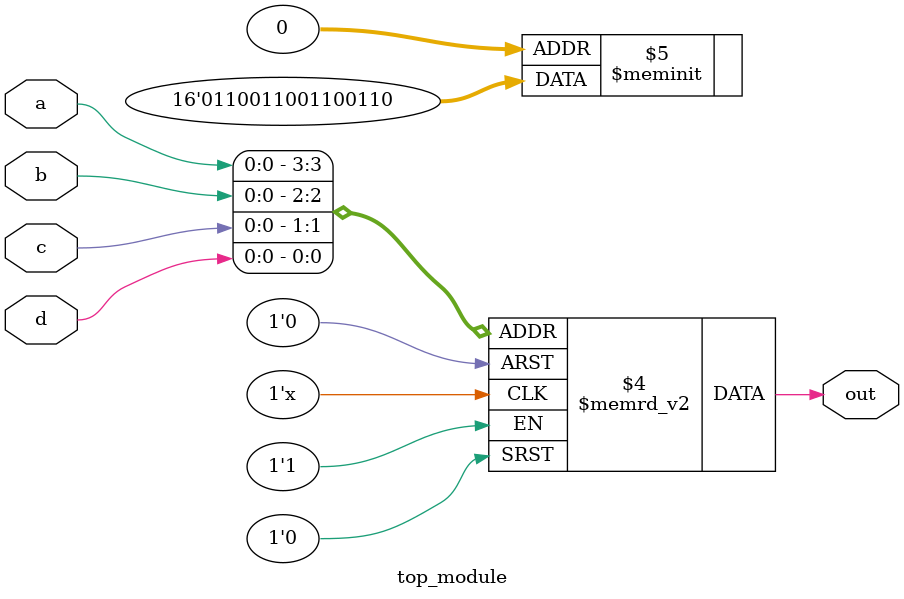
<source format=sv>
module top_module (
	input a, 
	input b,
	input c,
	input d,
	output reg out
);

always @(*)
begin
	case({a,b,c,d})
		4'b0000: out = 0;
		4'b0001: out = 1;
		4'b0010: out = 1;
		4'b0011: out = 0;
		4'b0100: out = 0;
		4'b0101: out = 1;
		4'b0110: out = 1;
		4'b0111: out = 0;
		4'b1000: out = 0;
		4'b1001: out = 1;
		4'b1010: out = 1;
		4'b1011: out = 0;
		4'b1100: out = 0;
		4'b1101: out = 1;
		4'b1110: out = 1;
		4'b1111: out = 0;
	endcase
end

endmodule

</source>
